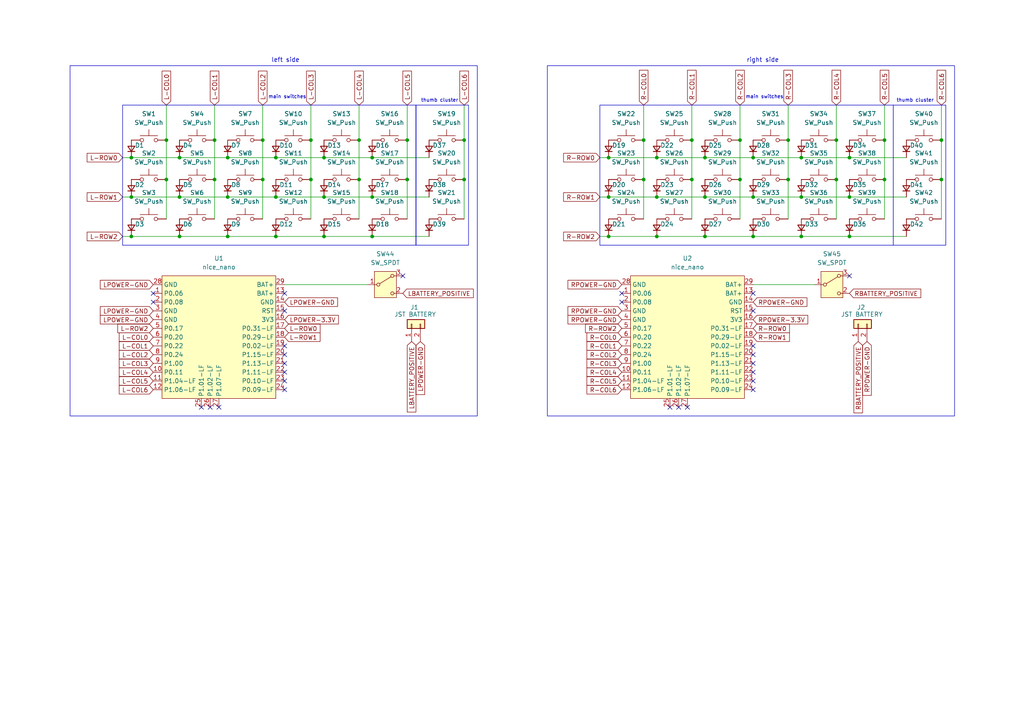
<source format=kicad_sch>
(kicad_sch (version 20250114) (generator "eeschema") (generator_version "9.0")
  (paper "A4")
  (title_block (title "Thyme: Split Keyboard Schematic") (rev "0.3"))
  (lib_symbols
    (symbol "Connector_Generic:Conn_01x02" (pin_names (offset 1.016) (hide yes))
      (property "Reference" "J" (at 0 2.54 0))
      (property "Value" "Conn_01x02" (at 0 -5.08 0))
      (symbol "Conn_01x02_1_1"
        (rectangle (start -1.27 1.27) (end 1.27 -3.81) (stroke (width 0.254)) (fill (type background)))
        (rectangle (start -1.27 0.127) (end 0 -0.127) (stroke (width 0.1524)))
        (rectangle (start -1.27 -2.413) (end 0 -2.667) (stroke (width 0.1524)))
        (pin passive line (at -5.08 0 0) (length 3.81) (name "Pin_1") (number "1"))
        (pin passive line (at -5.08 -2.54 0) (length 3.81) (name "Pin_2") (number "2"))
      )
    )
    (symbol "Device:D_Small" (pin_numbers (hide yes)) (pin_names (offset 0.254) (hide yes))
      (property "Reference" "D" (at -1.27 2.032 0))
      (property "Value" "D_Small" (at -3.81 -2.032 0))
      (symbol "D_Small_0_1"
        (polyline (pts (xy -0.762 0) (xy 0.762 0)))
        (polyline (pts (xy -0.762 -1.016) (xy -0.762 1.016)) (stroke (width 0.254)))
        (polyline (pts (xy 0.762 -1.016) (xy -0.762 0) (xy 0.762 1.016) (xy 0.762 -1.016)) (stroke (width 0.254)))
      )
      (symbol "D_Small_1_1"
        (pin passive line (at -2.54 0 0) (length 1.778) (name "K") (number "1"))
        (pin passive line (at 2.54 0 180) (length 1.778) (name "A") (number "2"))
      )
    )
    (symbol "Switch:SW_Push" (pin_numbers (hide yes)) (pin_names (offset 1.016) (hide yes))
      (property "Reference" "SW" (at 1.27 2.54 0))
      (property "Value" "SW_Push" (at 0 -1.524 0))
      (symbol "SW_Push_0_1"
        (circle (center -2.032 0) (radius 0.508))
        (polyline (pts (xy 0 1.27) (xy 0 3.048)))
        (circle (center 2.032 0) (radius 0.508))
        (polyline (pts (xy 2.54 1.27) (xy -2.54 1.27)))
        (pin passive line (at -5.08 0 0) (length 2.54) (name "1") (number "1"))
        (pin passive line (at 5.08 0 180) (length 2.54) (name "2") (number "2"))
      )
    )
    (symbol "Switch:SW_Wuerth_450301014042" (pin_names (offset 1) (hide yes))
      (property "Reference" "SW" (at 0 5.08 0))
      (property "Value" "SW_Wuerth_450301014042" (at 0 -5.08 0))
      (symbol "SW_Wuerth_450301014042_0_1"
        (circle (center -2.032 0) (radius 0.4572))
        (polyline (pts (xy -1.651 0.254) (xy 1.651 2.286)))
        (circle (center 2.032 2.54) (radius 0.4572))
        (circle (center 2.032 -2.54) (radius 0.4572))
      )
      (symbol "SW_Wuerth_450301014042_1_1"
        (rectangle (start -3.175 3.81) (end 3.175 -3.81) (fill (type background)))
        (pin passive line (at -5.08 0 0) (length 2.54) (name "B") (number "1"))
        (pin passive line (at 5.08 2.54 180) (length 2.54) (name "A") (number "3"))
        (pin passive line (at 5.08 -2.54 180) (length 2.54) (name "C") (number "2"))
      )
    )
    (symbol "marbastlib-promicroish:nice_nano" (in_bom no)
      (property "Reference" "U" (at 0 22.86 0))
      (property "Value" "nice_nano" (at 0 20.32 0))
      (symbol "nice_nano_0_0"
        (pin bidirectional line (at -19.05 13.97 0) (length 2.54) (name "P0.06") (number "1"))
        (pin bidirectional line (at -19.05 11.43 0) (length 2.54) (name "P0.08") (number "2"))
        (pin power_out line (at -19.05 8.89 0) (length 2.54) (name "GND") (number "3"))
        (pin power_out line (at -19.05 6.35 0) (length 2.54) (name "GND") (number "4"))
        (pin bidirectional line (at -19.05 3.81 0) (length 2.54) (name "P0.17") (number "5"))
        (pin bidirectional line (at -19.05 1.27 0) (length 2.54) (name "P0.20") (number "6"))
        (pin bidirectional line (at -19.05 -1.27 0) (length 2.54) (name "P0.22") (number "7"))
        (pin bidirectional line (at -19.05 -3.81 0) (length 2.54) (name "P0.24") (number "8"))
        (pin bidirectional line (at -19.05 -6.35 0) (length 2.54) (name "P1.00") (number "9"))
        (pin bidirectional line (at -19.05 -8.89 0) (length 2.54) (name "P0.11") (number "10"))
        (pin bidirectional line (at -19.05 -11.43 0) (length 2.54) (name "P1.04-LF") (number "11"))
        (pin bidirectional line (at -19.05 -13.97 0) (length 2.54) (name "P1.06-LF") (number "12"))
        (pin power_out line (at 19.05 11.43 180) (length 2.54) (name "GND") (number "14"))
        (pin bidirectional line (at 19.05 8.89 180) (length 2.54) (name "RST") (number "15"))
        (pin bidirectional line (at 19.05 3.81 180) (length 2.54) (name "P0.31-LF") (number "17"))
        (pin bidirectional line (at 19.05 1.27 180) (length 2.54) (name "P0.29-LF") (number "18"))
        (pin bidirectional line (at 19.05 -1.27 180) (length 2.54) (name "P0.02-LF") (number "19"))
        (pin bidirectional line (at 19.05 -3.81 180) (length 2.54) (name "P1.15-LF") (number "20"))
        (pin bidirectional line (at 19.05 -6.35 180) (length 2.54) (name "P1.13-LF") (number "21"))
        (pin bidirectional line (at 19.05 -8.89 180) (length 2.54) (name "P1.11-LF") (number "22"))
        (pin bidirectional line (at 19.05 -13.97 180) (length 2.54) (name "P0.09-LF") (number "24"))
      )
      (symbol "nice_nano_1_0"
        (pin power_out line (at -19.05 16.51 0) (length 2.54) (name "GND") (number "28"))
        (pin bidirectional line (at -5.08 -19.05 90) (length 2.54) (name "P1.01-LF") (number "25"))
        (pin bidirectional line (at -2.54 -19.05 90) (length 2.54) (name "P1.02-LF") (number "26"))
        (pin bidirectional line (at 0 -19.05 90) (length 2.54) (name "P1.07-LF") (number "27"))
        (pin power_out line (at 19.05 16.51 180) (length 2.54) (name "BAT+") (number "29"))
        (pin power_out line (at 19.05 13.97 180) (length 2.54) (name "BAT+") (number "13"))
        (pin power_out line (at 19.05 6.35 180) (length 2.54) (name "3V3") (number "16"))
        (pin bidirectional line (at 19.05 -11.43 180) (length 2.54) (name "P0.10-LF") (number "23"))
      )
      (symbol "nice_nano_1_1"
        (rectangle (start -16.51 19.05) (end 16.51 -16.51) (fill (type background)))
      )
    )
  )
  (rectangle (start 35.56 30.48) (end 120.65 71.12))
  (rectangle (start 259.08 30.48) (end 274.32 71.12))
  (rectangle (start 20.32 19.05) (end 138.43 120.65))
  (rectangle (start 173.99 30.48) (end 259.08 71.12))
  (rectangle (start 158.75 19.05) (end 276.86 120.65))
  (rectangle (start 120.65 30.48) (end 135.89 71.12))
  (text "left side" (at 82.804 17.526 0) (effects (font (size 1.27 1.27))))
  (text "main switches" (at 83.312 28.194 0) (effects (font (size 1.016 1.016))))
  (text "main switches" (at 221.742 28.194 0) (effects (font (size 1.016 1.016))))
  (text "right side" (at 221.234 17.526 0) (effects (font (size 1.27 1.27))))
  (text "thumb cluster" (at 127.508 29.21 0) (effects (font (size 1.016 1.016))))
  (text "thumb cluster" (at 265.43 29.21 0) (effects (font (size 1.016 1.016))))
  (junction (at 118.11 52.07))
  (junction (at 107.95 57.15))
  (junction (at 134.62 52.07))
  (junction (at 228.6 40.64))
  (junction (at 214.63 40.64))
  (junction (at 190.5 57.15))
  (junction (at 80.01 57.15))
  (junction (at 246.38 57.15))
  (junction (at 48.26 40.64))
  (junction (at 76.2 40.64))
  (junction (at 93.98 45.72))
  (junction (at 52.07 57.15))
  (junction (at 246.38 45.72))
  (junction (at 218.44 57.15))
  (junction (at 200.66 40.64))
  (junction (at 38.1 57.15))
  (junction (at 80.01 45.72))
  (junction (at 48.26 52.07))
  (junction (at 246.38 68.58))
  (junction (at 176.53 45.72))
  (junction (at 242.57 40.64))
  (junction (at 93.98 68.58))
  (junction (at 38.1 68.58))
  (junction (at 218.44 68.58))
  (junction (at 190.5 68.58))
  (junction (at 90.17 52.07))
  (junction (at 256.54 40.64))
  (junction (at 62.23 52.07))
  (junction (at 104.14 40.64))
  (junction (at 66.04 68.58))
  (junction (at 204.47 45.72))
  (junction (at 228.6 52.07))
  (junction (at 52.07 45.72))
  (junction (at 93.98 57.15))
  (junction (at 62.23 40.64))
  (junction (at 204.47 57.15))
  (junction (at 273.05 52.07))
  (junction (at 190.5 45.72))
  (junction (at 218.44 45.72))
  (junction (at 118.11 40.64))
  (junction (at 204.47 68.58))
  (junction (at 134.62 40.64))
  (junction (at 186.69 40.64))
  (junction (at 186.69 52.07))
  (junction (at 232.41 45.72))
  (junction (at 107.95 45.72))
  (junction (at 232.41 68.58))
  (junction (at 38.1 45.72))
  (junction (at 80.01 68.58))
  (junction (at 107.95 68.58))
  (junction (at 273.05 40.64))
  (junction (at 176.53 68.58))
  (junction (at 232.41 57.15))
  (junction (at 52.07 68.58))
  (junction (at 200.66 52.07))
  (junction (at 242.57 52.07))
  (junction (at 90.17 40.64))
  (junction (at 256.54 52.07))
  (junction (at 76.2 52.07))
  (junction (at 176.53 57.15))
  (junction (at 66.04 45.72))
  (junction (at 66.04 57.15))
  (junction (at 104.14 52.07))
  (junction (at 214.63 52.07))
  (no_connect (at 218.44 85.09))
  (no_connect (at 82.55 85.09))
  (no_connect (at 82.55 102.87))
  (no_connect (at 82.55 100.33))
  (no_connect (at 218.44 90.17))
  (no_connect (at 82.55 90.17))
  (no_connect (at 82.55 110.49))
  (no_connect (at 218.44 113.03))
  (no_connect (at 82.55 107.95))
  (no_connect (at 63.5 118.11))
  (no_connect (at 199.39 118.11))
  (no_connect (at 60.96 118.11))
  (no_connect (at 194.31 118.11))
  (no_connect (at 180.34 85.09))
  (no_connect (at 44.45 87.63))
  (no_connect (at 218.44 105.41))
  (no_connect (at 218.44 102.87))
  (no_connect (at 82.55 105.41))
  (no_connect (at 116.84 80.01))
  (no_connect (at 246.38 80.01))
  (no_connect (at 218.44 100.33))
  (no_connect (at 58.42 118.11))
  (no_connect (at 196.85 118.11))
  (no_connect (at 218.44 110.49))
  (no_connect (at 82.55 113.03))
  (no_connect (at 218.44 107.95))
  (no_connect (at 180.34 87.63))
  (no_connect (at 44.45 85.09))
  (wire (pts (xy 35.56 57.15) (xy 38.1 57.15)))
  (wire (pts (xy 107.95 45.72) (xy 124.46 45.72)))
  (wire (pts (xy 214.63 40.64) (xy 214.63 52.07)))
  (wire (pts (xy 107.95 57.15) (xy 124.46 57.15)))
  (wire (pts (xy 232.41 57.15) (xy 246.38 57.15)))
  (wire (pts (xy 93.98 45.72) (xy 107.95 45.72)))
  (wire (pts (xy 48.26 30.48) (xy 48.26 40.64)))
  (wire (pts (xy 273.05 52.07) (xy 273.05 63.5)))
  (wire (pts (xy 104.14 30.48) (xy 104.14 40.64)))
  (wire (pts (xy 176.53 45.72) (xy 190.5 45.72)))
  (wire (pts (xy 90.17 30.48) (xy 90.17 40.64)))
  (wire (pts (xy 200.66 30.48) (xy 200.66 40.64)))
  (wire (pts (xy 134.62 40.64) (xy 134.62 52.07)))
  (wire (pts (xy 104.14 52.07) (xy 104.14 63.5)))
  (wire (pts (xy 204.47 57.15) (xy 218.44 57.15)))
  (wire (pts (xy 218.44 82.55) (xy 236.22 82.55)))
  (wire (pts (xy 48.26 52.07) (xy 48.26 63.5)))
  (wire (pts (xy 186.69 52.07) (xy 186.69 63.5)))
  (wire (pts (xy 228.6 52.07) (xy 228.6 63.5)))
  (wire (pts (xy 76.2 40.64) (xy 76.2 52.07)))
  (wire (pts (xy 80.01 57.15) (xy 93.98 57.15)))
  (wire (pts (xy 214.63 30.48) (xy 214.63 40.64)))
  (wire (pts (xy 35.56 45.72) (xy 38.1 45.72)))
  (wire (pts (xy 242.57 30.48) (xy 242.57 40.64)))
  (wire (pts (xy 118.11 52.07) (xy 118.11 63.5)))
  (wire (pts (xy 218.44 45.72) (xy 232.41 45.72)))
  (wire (pts (xy 186.69 30.48) (xy 186.69 40.64)))
  (wire (pts (xy 256.54 40.64) (xy 256.54 52.07)))
  (wire (pts (xy 200.66 40.64) (xy 200.66 52.07)))
  (wire (pts (xy 107.95 68.58) (xy 124.46 68.58)))
  (wire (pts (xy 273.05 40.64) (xy 273.05 52.07)))
  (wire (pts (xy 256.54 30.48) (xy 256.54 40.64)))
  (wire (pts (xy 93.98 57.15) (xy 107.95 57.15)))
  (wire (pts (xy 38.1 45.72) (xy 52.07 45.72)))
  (wire (pts (xy 52.07 57.15) (xy 66.04 57.15)))
  (wire (pts (xy 104.14 40.64) (xy 104.14 52.07)))
  (wire (pts (xy 62.23 52.07) (xy 62.23 63.5)))
  (wire (pts (xy 52.07 68.58) (xy 66.04 68.58)))
  (wire (pts (xy 76.2 52.07) (xy 76.2 63.5)))
  (wire (pts (xy 190.5 57.15) (xy 204.47 57.15)))
  (wire (pts (xy 38.1 57.15) (xy 52.07 57.15)))
  (wire (pts (xy 186.69 40.64) (xy 186.69 52.07)))
  (wire (pts (xy 228.6 30.48) (xy 228.6 40.64)))
  (wire (pts (xy 246.38 68.58) (xy 262.89 68.58)))
  (wire (pts (xy 273.05 30.48) (xy 273.05 40.64)))
  (wire (pts (xy 200.66 52.07) (xy 200.66 63.5)))
  (wire (pts (xy 76.2 30.48) (xy 76.2 40.64)))
  (wire (pts (xy 82.55 82.55) (xy 106.68 82.55)))
  (wire (pts (xy 242.57 52.07) (xy 242.57 63.5)))
  (wire (pts (xy 218.44 68.58) (xy 232.41 68.58)))
  (wire (pts (xy 80.01 68.58) (xy 93.98 68.58)))
  (wire (pts (xy 66.04 45.72) (xy 80.01 45.72)))
  (wire (pts (xy 204.47 45.72) (xy 218.44 45.72)))
  (wire (pts (xy 90.17 52.07) (xy 90.17 63.5)))
  (wire (pts (xy 228.6 40.64) (xy 228.6 52.07)))
  (wire (pts (xy 62.23 30.48) (xy 62.23 40.64)))
  (wire (pts (xy 232.41 68.58) (xy 246.38 68.58)))
  (wire (pts (xy 48.26 40.64) (xy 48.26 52.07)))
  (wire (pts (xy 93.98 68.58) (xy 107.95 68.58)))
  (wire (pts (xy 38.1 68.58) (xy 52.07 68.58)))
  (wire (pts (xy 246.38 45.72) (xy 262.89 45.72)))
  (wire (pts (xy 232.41 45.72) (xy 246.38 45.72)))
  (wire (pts (xy 256.54 52.07) (xy 256.54 63.5)))
  (wire (pts (xy 176.53 68.58) (xy 190.5 68.58)))
  (wire (pts (xy 176.53 57.15) (xy 190.5 57.15)))
  (wire (pts (xy 190.5 68.58) (xy 204.47 68.58)))
  (wire (pts (xy 90.17 40.64) (xy 90.17 52.07)))
  (wire (pts (xy 214.63 52.07) (xy 214.63 63.5)))
  (wire (pts (xy 134.62 30.48) (xy 134.62 40.64)))
  (wire (pts (xy 246.38 57.15) (xy 262.89 57.15)))
  (wire (pts (xy 66.04 57.15) (xy 80.01 57.15)))
  (wire (pts (xy 80.01 45.72) (xy 93.98 45.72)))
  (wire (pts (xy 35.56 68.58) (xy 38.1 68.58)))
  (wire (pts (xy 173.99 68.58) (xy 176.53 68.58)))
  (wire (pts (xy 204.47 68.58) (xy 218.44 68.58)))
  (wire (pts (xy 66.04 68.58) (xy 80.01 68.58)))
  (wire (pts (xy 134.62 52.07) (xy 134.62 63.5)))
  (wire (pts (xy 173.99 45.72) (xy 176.53 45.72)))
  (wire (pts (xy 242.57 40.64) (xy 242.57 52.07)))
  (wire (pts (xy 218.44 57.15) (xy 232.41 57.15)))
  (wire (pts (xy 62.23 40.64) (xy 62.23 52.07)))
  (wire (pts (xy 118.11 30.48) (xy 118.11 40.64)))
  (wire (pts (xy 52.07 45.72) (xy 66.04 45.72)))
  (wire (pts (xy 118.11 40.64) (xy 118.11 52.07)))
  (wire (pts (xy 173.99 57.15) (xy 176.53 57.15)))
  (wire (pts (xy 190.5 45.72) (xy 204.47 45.72)))
  (global_label "LPOWER-3.3V" (shape input) (at 82.55 92.71 0) (property "Intersheetrefs" "${INTERSHEET_REFS}" (effects (hide yes))))
  (global_label "L-COL4" (shape input) (at 44.45 107.95 180) (property "Intersheetrefs" "${INTERSHEET_REFS}" (effects (hide yes))))
  (global_label "RPOWER-GND" (shape input) (at 180.34 90.17 180) (property "Intersheetrefs" "${INTERSHEET_REFS}" (effects (hide yes))))
  (global_label "LPOWER-GND" (shape input) (at 44.45 90.17 180) (property "Intersheetrefs" "${INTERSHEET_REFS}" (effects (hide yes))))
  (global_label "L-COL2" (shape input) (at 76.2 30.48 90) (property "Intersheetrefs" "${INTERSHEET_REFS}" (effects (hide yes))))
  (global_label "R-ROW1" (shape input) (at 218.44 97.79 0) (property "Intersheetrefs" "${INTERSHEET_REFS}" (effects (hide yes))))
  (global_label "LPOWER-GND" (shape input) (at 44.45 92.71 180) (property "Intersheetrefs" "${INTERSHEET_REFS}" (effects (hide yes))))
  (global_label "L-COL1" (shape input) (at 44.45 100.33 180) (property "Intersheetrefs" "${INTERSHEET_REFS}" (effects (hide yes))))
  (global_label "R-COL3" (shape input) (at 180.34 105.41 180) (property "Intersheetrefs" "${INTERSHEET_REFS}" (effects (hide yes))))
  (global_label "RPOWER-GND" (shape input) (at 180.34 92.71 180) (property "Intersheetrefs" "${INTERSHEET_REFS}" (effects (hide yes))))
  (global_label "R-COL2" (shape input) (at 180.34 102.87 180) (property "Intersheetrefs" "${INTERSHEET_REFS}" (effects (hide yes))))
  (global_label "L-COL3" (shape input) (at 44.45 105.41 180) (property "Intersheetrefs" "${INTERSHEET_REFS}" (effects (hide yes))))
  (global_label "L-ROW2" (shape input) (at 44.45 95.25 180) (property "Intersheetrefs" "${INTERSHEET_REFS}" (effects (hide yes))))
  (global_label "R-COL6" (shape input) (at 273.05 30.48 90) (property "Intersheetrefs" "${INTERSHEET_REFS}" (effects (hide yes))))
  (global_label "R-ROW0" (shape input) (at 173.99 45.72 180) (property "Intersheetrefs" "${INTERSHEET_REFS}" (effects (hide yes))))
  (global_label "R-COL5" (shape input) (at 180.34 110.49 180) (property "Intersheetrefs" "${INTERSHEET_REFS}" (effects (hide yes))))
  (global_label "R-COL4" (shape input) (at 242.57 30.48 90) (property "Intersheetrefs" "${INTERSHEET_REFS}" (effects (hide yes))))
  (global_label "LPOWER-GND" (shape input) (at 121.92 99.06 270) (property "Intersheetrefs" "${INTERSHEET_REFS}" (effects (hide yes))))
  (global_label "RPOWER-3.3V" (shape input) (at 218.44 92.71 0) (property "Intersheetrefs" "${INTERSHEET_REFS}" (effects (hide yes))))
  (global_label "L-COL1" (shape input) (at 62.23 30.48 90) (property "Intersheetrefs" "${INTERSHEET_REFS}" (effects (hide yes))))
  (global_label "R-COL2" (shape input) (at 214.63 30.48 90) (property "Intersheetrefs" "${INTERSHEET_REFS}" (effects (hide yes))))
  (global_label "RPOWER-GND" (shape input) (at 251.46 99.06 270) (property "Intersheetrefs" "${INTERSHEET_REFS}" (effects (hide yes))))
  (global_label "L-COL4" (shape input) (at 104.14 30.48 90) (property "Intersheetrefs" "${INTERSHEET_REFS}" (effects (hide yes))))
  (global_label "R-ROW1" (shape input) (at 173.99 57.15 180) (property "Intersheetrefs" "${INTERSHEET_REFS}" (effects (hide yes))))
  (global_label "L-COL0" (shape input) (at 44.45 97.79 180) (property "Intersheetrefs" "${INTERSHEET_REFS}" (effects (hide yes))))
  (global_label "RPOWER-GND" (shape input) (at 180.34 82.55 180) (property "Intersheetrefs" "${INTERSHEET_REFS}" (effects (hide yes))))
  (global_label "R-COL3" (shape input) (at 228.6 30.48 90) (property "Intersheetrefs" "${INTERSHEET_REFS}" (effects (hide yes))))
  (global_label "L-ROW0" (shape input) (at 82.55 95.25 0) (property "Intersheetrefs" "${INTERSHEET_REFS}" (effects (hide yes))))
  (global_label "R-COL6" (shape input) (at 180.34 113.03 180) (property "Intersheetrefs" "${INTERSHEET_REFS}" (effects (hide yes))))
  (global_label "L-COL0" (shape input) (at 48.26 30.48 90) (property "Intersheetrefs" "${INTERSHEET_REFS}" (effects (hide yes))))
  (global_label "LBATTERY_POSITIVE" (shape input) (at 119.38 99.06 270) (property "Intersheetrefs" "${INTERSHEET_REFS}" (effects (hide yes))))
  (global_label "L-COL5" (shape input) (at 44.45 110.49 180) (property "Intersheetrefs" "${INTERSHEET_REFS}" (effects (hide yes))))
  (global_label "LBATTERY_POSITIVE" (shape input) (at 116.84 85.09 0) (property "Intersheetrefs" "${INTERSHEET_REFS}" (effects (hide yes))))
  (global_label "L-COL3" (shape input) (at 90.17 30.48 90) (property "Intersheetrefs" "${INTERSHEET_REFS}" (effects (hide yes))))
  (global_label "R-ROW2" (shape input) (at 173.99 68.58 180) (property "Intersheetrefs" "${INTERSHEET_REFS}" (effects (hide yes))))
  (global_label "L-COL6" (shape input) (at 44.45 113.03 180) (property "Intersheetrefs" "${INTERSHEET_REFS}" (effects (hide yes))))
  (global_label "LPOWER-GND" (shape input) (at 44.45 82.55 180) (property "Intersheetrefs" "${INTERSHEET_REFS}" (effects (hide yes))))
  (global_label "L-ROW1" (shape input) (at 82.55 97.79 0) (property "Intersheetrefs" "${INTERSHEET_REFS}" (effects (hide yes))))
  (global_label "L-COL2" (shape input) (at 44.45 102.87 180) (property "Intersheetrefs" "${INTERSHEET_REFS}" (effects (hide yes))))
  (global_label "L-ROW0" (shape input) (at 35.56 45.72 180) (property "Intersheetrefs" "${INTERSHEET_REFS}" (effects (hide yes))))
  (global_label "R-COL1" (shape input) (at 180.34 100.33 180) (property "Intersheetrefs" "${INTERSHEET_REFS}" (effects (hide yes))))
  (global_label "RBATTERY_POSITIVE" (shape input) (at 246.38 85.09 0) (property "Intersheetrefs" "${INTERSHEET_REFS}" (effects (hide yes))))
  (global_label "L-COL5" (shape input) (at 118.11 30.48 90) (property "Intersheetrefs" "${INTERSHEET_REFS}" (effects (hide yes))))
  (global_label "R-COL1" (shape input) (at 200.66 30.48 90) (property "Intersheetrefs" "${INTERSHEET_REFS}" (effects (hide yes))))
  (global_label "R-COL4" (shape input) (at 180.34 107.95 180) (property "Intersheetrefs" "${INTERSHEET_REFS}" (effects (hide yes))))
  (global_label "RPOWER-GND" (shape input) (at 218.44 87.63 0) (property "Intersheetrefs" "${INTERSHEET_REFS}" (effects (hide yes))))
  (global_label "R-COL0" (shape input) (at 180.34 97.79 180) (property "Intersheetrefs" "${INTERSHEET_REFS}" (effects (hide yes))))
  (global_label "LPOWER-GND" (shape input) (at 82.55 87.63 0) (property "Intersheetrefs" "${INTERSHEET_REFS}" (effects (hide yes))))
  (global_label "R-COL0" (shape input) (at 186.69 30.48 90) (property "Intersheetrefs" "${INTERSHEET_REFS}" (effects (hide yes))))
  (global_label "R-ROW0" (shape input) (at 218.44 95.25 0) (property "Intersheetrefs" "${INTERSHEET_REFS}" (effects (hide yes))))
  (global_label "RBATTERY_POSITIVE" (shape input) (at 248.92 99.06 270) (property "Intersheetrefs" "${INTERSHEET_REFS}" (effects (hide yes))))
  (global_label "L-ROW1" (shape input) (at 35.56 57.15 180) (property "Intersheetrefs" "${INTERSHEET_REFS}" (effects (hide yes))))
  (global_label "L-ROW2" (shape input) (at 35.56 68.58 180) (property "Intersheetrefs" "${INTERSHEET_REFS}" (effects (hide yes))))
  (global_label "R-ROW2" (shape input) (at 180.34 95.25 180) (property "Intersheetrefs" "${INTERSHEET_REFS}" (effects (hide yes))))
  (global_label "L-COL6" (shape input) (at 134.62 30.48 90) (property "Intersheetrefs" "${INTERSHEET_REFS}" (effects (hide yes))))
  (global_label "R-COL5" (shape input) (at 256.54 30.48 90) (property "Intersheetrefs" "${INTERSHEET_REFS}" (effects (hide yes))))
  (symbol (lib_id "Device:D_Small") (at 107.95 43.18 90) (unit 1)
    (property "Reference" "D16" (at 108.966 42.164 90) (effects (justify right)))
    (property "Value" "D_Small" (effects (hide yes)))
    (property "Footprint" "Diode_THT:D_DO-35_SOD27_P7.62mm_Horizontal" (effects (hide yes)))
    (property "Description" "Diode, small symbol" (effects (hide yes)))
    (property "Sim.Device" "D" (effects (hide yes)))
    (property "Sim.Pins" "1=K 2=A" (effects (hide yes)))
  )
  (symbol (lib_id "Switch:SW_Push") (at 99.06 40.64 0) (unit 1)
    (property "Reference" "SW13" (at 99.06 33.02 0))
    (property "Value" "SW_Push" (at 99.06 35.56 0))
    (property "Footprint" "Switch_Keyboard_Kailh:SW_Kailh_Choc_V1V2_1.00u" (effects (hide yes)))
    (property "Description" "Push button switch, generic, two pins" (effects (hide yes)))
  )
  (symbol (lib_id "Device:D_Small") (at 176.53 54.61 90) (unit 1)
    (property "Reference" "D20" (at 177.546 53.594 90) (effects (justify right)))
    (property "Value" "D_Small" (effects (hide yes)))
    (property "Footprint" "Diode_THT:D_DO-35_SOD27_P7.62mm_Horizontal" (effects (hide yes)))
    (property "Description" "Diode, small symbol" (effects (hide yes)))
    (property "Sim.Device" "D" (effects (hide yes)))
    (property "Sim.Pins" "1=K 2=A" (effects (hide yes)))
  )
  (symbol (lib_id "Switch:SW_Push") (at 113.03 63.5 0) (unit 1)
    (property "Reference" "SW18" (at 113.03 55.88 0))
    (property "Value" "SW_Push" (at 113.03 58.42 0))
    (property "Footprint" "Switch_Keyboard_Kailh:SW_Kailh_Choc_V1V2_1.00u" (effects (hide yes)))
    (property "Description" "Push button switch, generic, two pins" (effects (hide yes)))
  )
  (symbol (lib_id "Switch:SW_Push") (at 99.06 52.07 0) (unit 1)
    (property "Reference" "SW14" (at 99.06 44.45 0))
    (property "Value" "SW_Push" (at 99.06 46.99 0))
    (property "Footprint" "Switch_Keyboard_Kailh:SW_Kailh_Choc_V1V2_1.00u" (effects (hide yes)))
    (property "Description" "Push button switch, generic, two pins" (effects (hide yes)))
  )
  (symbol (lib_id "Device:D_Small") (at 38.1 43.18 90) (unit 1)
    (property "Reference" "D1" (at 39.116 42.164 90) (effects (justify right)))
    (property "Value" "D_Small" (effects (hide yes)))
    (property "Footprint" "Diode_THT:D_DO-35_SOD27_P7.62mm_Horizontal" (effects (hide yes)))
    (property "Description" "Diode, small symbol" (effects (hide yes)))
    (property "Sim.Device" "D" (effects (hide yes)))
    (property "Sim.Pins" "1=K 2=A" (effects (hide yes)))
  )
  (symbol (lib_id "Switch:SW_Push") (at 57.15 63.5 0) (unit 1)
    (property "Reference" "SW6" (at 57.15 55.88 0))
    (property "Value" "SW_Push" (at 57.15 58.42 0))
    (property "Footprint" "Switch_Keyboard_Kailh:SW_Kailh_Choc_V1V2_1.00u" (effects (hide yes)))
    (property "Description" "Push button switch, generic, two pins" (effects (hide yes)))
  )
  (symbol (lib_id "Device:D_Small") (at 190.5 54.61 90) (unit 1)
    (property "Reference" "D23" (at 191.516 53.594 90) (effects (justify right)))
    (property "Value" "D_Small" (effects (hide yes)))
    (property "Footprint" "Diode_THT:D_DO-35_SOD27_P7.62mm_Horizontal" (effects (hide yes)))
    (property "Description" "Diode, small symbol" (effects (hide yes)))
    (property "Sim.Device" "D" (effects (hide yes)))
    (property "Sim.Pins" "1=K 2=A" (effects (hide yes)))
  )
  (symbol (lib_id "Switch:SW_Push") (at 43.18 52.07 0) (unit 1)
    (property "Reference" "SW2" (at 43.18 44.45 0))
    (property "Value" "SW_Push" (at 43.18 46.99 0))
    (property "Footprint" "Switch_Keyboard_Kailh:SW_Kailh_Choc_V1V2_1.00u" (effects (hide yes)))
    (property "Description" "Push button switch, generic, two pins" (effects (hide yes)))
  )
  (symbol (lib_id "Device:D_Small") (at 190.5 66.04 90) (unit 1)
    (property "Reference" "D24" (at 191.516 65.024 90) (effects (justify right)))
    (property "Value" "D_Small" (effects (hide yes)))
    (property "Footprint" "Diode_THT:D_DO-35_SOD27_P7.62mm_Horizontal" (effects (hide yes)))
    (property "Description" "Diode, small symbol" (effects (hide yes)))
    (property "Sim.Device" "D" (effects (hide yes)))
    (property "Sim.Pins" "1=K 2=A" (effects (hide yes)))
  )
  (symbol (lib_id "Switch:SW_Push") (at 223.52 63.5 0) (unit 1)
    (property "Reference" "SW33" (at 223.52 55.88 0))
    (property "Value" "SW_Push" (at 223.52 58.42 0))
    (property "Footprint" "Switch_Keyboard_Kailh:SW_Kailh_Choc_V1V2_1.00u" (effects (hide yes)))
    (property "Description" "Push button switch, generic, two pins" (effects (hide yes)))
  )
  (symbol (lib_id "Device:D_Small") (at 80.01 54.61 90) (unit 1)
    (property "Reference" "D11" (at 81.026 53.594 90) (effects (justify right)))
    (property "Value" "D_Small" (effects (hide yes)))
    (property "Footprint" "Diode_THT:D_DO-35_SOD27_P7.62mm_Horizontal" (effects (hide yes)))
    (property "Description" "Diode, small symbol" (effects (hide yes)))
    (property "Sim.Device" "D" (effects (hide yes)))
    (property "Sim.Pins" "1=K 2=A" (effects (hide yes)))
  )
  (symbol (lib_id "Device:D_Small") (at 107.95 66.04 90) (unit 1)
    (property "Reference" "D18" (at 108.966 65.024 90) (effects (justify right)))
    (property "Value" "D_Small" (effects (hide yes)))
    (property "Footprint" "Diode_THT:D_DO-35_SOD27_P7.62mm_Horizontal" (effects (hide yes)))
    (property "Description" "Diode, small symbol" (effects (hide yes)))
    (property "Sim.Device" "D" (effects (hide yes)))
    (property "Sim.Pins" "1=K 2=A" (effects (hide yes)))
  )
  (symbol (lib_id "Device:D_Small") (at 246.38 43.18 90) (unit 1)
    (property "Reference" "D34" (at 247.396 42.164 90) (effects (justify right)))
    (property "Value" "D_Small" (effects (hide yes)))
    (property "Footprint" "Diode_THT:D_DO-35_SOD27_P7.62mm_Horizontal" (effects (hide yes)))
    (property "Description" "Diode, small symbol" (effects (hide yes)))
    (property "Sim.Device" "D" (effects (hide yes)))
    (property "Sim.Pins" "1=K 2=A" (effects (hide yes)))
  )
  (symbol (lib_id "Device:D_Small") (at 107.95 54.61 90) (unit 1)
    (property "Reference" "D17" (at 108.966 53.594 90) (effects (justify right)))
    (property "Value" "D_Small" (effects (hide yes)))
    (property "Footprint" "Diode_THT:D_DO-35_SOD27_P7.62mm_Horizontal" (effects (hide yes)))
    (property "Description" "Diode, small symbol" (effects (hide yes)))
    (property "Sim.Device" "D" (effects (hide yes)))
    (property "Sim.Pins" "1=K 2=A" (effects (hide yes)))
  )
  (symbol (lib_id "Switch:SW_Push") (at 223.52 40.64 0) (unit 1)
    (property "Reference" "SW31" (at 223.52 33.02 0))
    (property "Value" "SW_Push" (at 223.52 35.56 0))
    (property "Footprint" "Switch_Keyboard_Kailh:SW_Kailh_Choc_V1V2_1.00u" (effects (hide yes)))
    (property "Description" "Push button switch, generic, two pins" (effects (hide yes)))
  )
  (symbol (lib_id "Switch:SW_Push") (at 237.49 52.07 0) (unit 1)
    (property "Reference" "SW35" (at 237.49 44.45 0))
    (property "Value" "SW_Push" (at 237.49 46.99 0))
    (property "Footprint" "Switch_Keyboard_Kailh:SW_Kailh_Choc_V1V2_1.00u" (effects (hide yes)))
    (property "Description" "Push button switch, generic, two pins" (effects (hide yes)))
  )
  (symbol (lib_id "Device:D_Small") (at 66.04 66.04 90) (unit 1)
    (property "Reference" "D9" (at 67.056 65.024 90) (effects (justify right)))
    (property "Value" "D_Small" (effects (hide yes)))
    (property "Footprint" "Diode_THT:D_DO-35_SOD27_P7.62mm_Horizontal" (effects (hide yes)))
    (property "Description" "Diode, small symbol" (effects (hide yes)))
    (property "Sim.Device" "D" (effects (hide yes)))
    (property "Sim.Pins" "1=K 2=A" (effects (hide yes)))
  )
  (symbol (lib_id "Device:D_Small") (at 218.44 66.04 90) (unit 1)
    (property "Reference" "D30" (at 219.456 65.024 90) (effects (justify right)))
    (property "Value" "D_Small" (effects (hide yes)))
    (property "Footprint" "Diode_THT:D_DO-35_SOD27_P7.62mm_Horizontal" (effects (hide yes)))
    (property "Description" "Diode, small symbol" (effects (hide yes)))
    (property "Sim.Device" "D" (effects (hide yes)))
    (property "Sim.Pins" "1=K 2=A" (effects (hide yes)))
  )
  (symbol (lib_id "Switch:SW_Push") (at 195.58 40.64 0) (unit 1)
    (property "Reference" "SW25" (at 195.58 33.02 0))
    (property "Value" "SW_Push" (at 195.58 35.56 0))
    (property "Footprint" "Switch_Keyboard_Kailh:SW_Kailh_Choc_V1V2_1.00u" (effects (hide yes)))
    (property "Description" "Push button switch, generic, two pins" (effects (hide yes)))
  )
  (symbol (lib_id "Device:D_Small") (at 93.98 54.61 90) (unit 1)
    (property "Reference" "D14" (at 94.996 53.594 90) (effects (justify right)))
    (property "Value" "D_Small" (effects (hide yes)))
    (property "Footprint" "Diode_THT:D_DO-35_SOD27_P7.62mm_Horizontal" (effects (hide yes)))
    (property "Description" "Diode, small symbol" (effects (hide yes)))
    (property "Sim.Device" "D" (effects (hide yes)))
    (property "Sim.Pins" "1=K 2=A" (effects (hide yes)))
  )
  (symbol (lib_id "Device:D_Small") (at 176.53 43.18 90) (unit 1)
    (property "Reference" "D19" (at 177.546 42.164 90) (effects (justify right)))
    (property "Value" "D_Small" (effects (hide yes)))
    (property "Footprint" "Diode_THT:D_DO-35_SOD27_P7.62mm_Horizontal" (effects (hide yes)))
    (property "Description" "Diode, small symbol" (effects (hide yes)))
    (property "Sim.Device" "D" (effects (hide yes)))
    (property "Sim.Pins" "1=K 2=A" (effects (hide yes)))
  )
  (symbol (lib_id "Device:D_Small") (at 124.46 54.61 90) (unit 1)
    (property "Reference" "D38" (at 125.476 53.594 90) (effects (justify right)))
    (property "Value" "D_Small" (effects (hide yes)))
    (property "Footprint" "Diode_THT:D_DO-35_SOD27_P7.62mm_Horizontal" (effects (hide yes)))
    (property "Description" "Diode, small symbol" (effects (hide yes)))
    (property "Sim.Device" "D" (effects (hide yes)))
    (property "Sim.Pins" "1=K 2=A" (effects (hide yes)))
  )
  (symbol (lib_id "Device:D_Small") (at 93.98 66.04 90) (unit 1)
    (property "Reference" "D15" (at 94.996 65.024 90) (effects (justify right)))
    (property "Value" "D_Small" (effects (hide yes)))
    (property "Footprint" "Diode_THT:D_DO-35_SOD27_P7.62mm_Horizontal" (effects (hide yes)))
    (property "Description" "Diode, small symbol" (effects (hide yes)))
    (property "Sim.Device" "D" (effects (hide yes)))
    (property "Sim.Pins" "1=K 2=A" (effects (hide yes)))
  )
  (symbol (lib_id "Switch:SW_Push") (at 195.58 63.5 0) (unit 1)
    (property "Reference" "SW27" (at 195.58 55.88 0))
    (property "Value" "SW_Push" (at 195.58 58.42 0))
    (property "Footprint" "Switch_Keyboard_Kailh:SW_Kailh_Choc_V1V2_1.00u" (effects (hide yes)))
    (property "Description" "Push button switch, generic, two pins" (effects (hide yes)))
  )
  (symbol (lib_id "marbastlib-promicroish:nice_nano") (at 63.5 99.06 0) (unit 1) (in_bom no)
    (property "Reference" "U1" (at 63.5 74.93 0))
    (property "Value" "nice_nano" (at 63.5 77.47 0))
    (property "Footprint" "libraries:SuperMini NRF52840" (effects (hide yes)))
    (property "Datasheet" "https://nicekeyboards.com/docs/nice-nano/pinout-schematic" (effects (hide yes)))
    (property "Description" "Symbol for an nicekeyboards nice!nano" (effects (hide yes)))
  )
  (symbol (lib_id "Device:D_Small") (at 190.5 43.18 90) (unit 1)
    (property "Reference" "D22" (at 191.516 42.164 90) (effects (justify right)))
    (property "Value" "D_Small" (effects (hide yes)))
    (property "Footprint" "Diode_THT:D_DO-35_SOD27_P7.62mm_Horizontal" (effects (hide yes)))
    (property "Description" "Diode, small symbol" (effects (hide yes)))
    (property "Sim.Device" "D" (effects (hide yes)))
    (property "Sim.Pins" "1=K 2=A" (effects (hide yes)))
  )
  (symbol (lib_id "Switch:SW_Push") (at 181.61 40.64 0) (unit 1)
    (property "Reference" "SW22" (at 181.61 33.02 0))
    (property "Value" "SW_Push" (at 181.61 35.56 0))
    (property "Footprint" "Switch_Keyboard_Kailh:SW_Kailh_Choc_V1V2_1.00u" (effects (hide yes)))
    (property "Description" "Push button switch, generic, two pins" (effects (hide yes)))
  )
  (symbol (lib_id "Device:D_Small") (at 246.38 66.04 90) (unit 1)
    (property "Reference" "D36" (at 247.396 65.024 90) (effects (justify right)))
    (property "Value" "D_Small" (effects (hide yes)))
    (property "Footprint" "Diode_THT:D_DO-35_SOD27_P7.62mm_Horizontal" (effects (hide yes)))
    (property "Description" "Diode, small symbol" (effects (hide yes)))
    (property "Sim.Device" "D" (effects (hide yes)))
    (property "Sim.Pins" "1=K 2=A" (effects (hide yes)))
  )
  (symbol (lib_id "Switch:SW_Push") (at 181.61 52.07 0) (unit 1)
    (property "Reference" "SW23" (at 181.61 44.45 0))
    (property "Value" "SW_Push" (at 181.61 46.99 0))
    (property "Footprint" "Switch_Keyboard_Kailh:SW_Kailh_Choc_V1V2_1.00u" (effects (hide yes)))
    (property "Description" "Push button switch, generic, two pins" (effects (hide yes)))
  )
  (symbol (lib_id "Device:D_Small") (at 176.53 66.04 90) (unit 1)
    (property "Reference" "D21" (at 177.546 65.024 90) (effects (justify right)))
    (property "Value" "D_Small" (effects (hide yes)))
    (property "Footprint" "Diode_THT:D_DO-35_SOD27_P7.62mm_Horizontal" (effects (hide yes)))
    (property "Description" "Diode, small symbol" (effects (hide yes)))
    (property "Sim.Device" "D" (effects (hide yes)))
    (property "Sim.Pins" "1=K 2=A" (effects (hide yes)))
  )
  (symbol (lib_id "Switch:SW_Push") (at 251.46 40.64 0) (unit 1)
    (property "Reference" "SW37" (at 251.46 33.02 0))
    (property "Value" "SW_Push" (at 251.46 35.56 0))
    (property "Footprint" "Switch_Keyboard_Kailh:SW_Kailh_Choc_V1V2_1.00u" (effects (hide yes)))
    (property "Description" "Push button switch, generic, two pins" (effects (hide yes)))
  )
  (symbol (lib_id "Device:D_Small") (at 38.1 66.04 90) (unit 1)
    (property "Reference" "D3" (at 39.116 65.024 90) (effects (justify right)))
    (property "Value" "D_Small" (effects (hide yes)))
    (property "Footprint" "Diode_THT:D_DO-35_SOD27_P7.62mm_Horizontal" (effects (hide yes)))
    (property "Description" "Diode, small symbol" (effects (hide yes)))
    (property "Sim.Device" "D" (effects (hide yes)))
    (property "Sim.Pins" "1=K 2=A" (effects (hide yes)))
  )
  (symbol (lib_id "Switch:SW_Push") (at 237.49 63.5 0) (unit 1)
    (property "Reference" "SW36" (at 237.49 55.88 0))
    (property "Value" "SW_Push" (at 237.49 58.42 0))
    (property "Footprint" "Switch_Keyboard_Kailh:SW_Kailh_Choc_V1V2_1.00u" (effects (hide yes)))
    (property "Description" "Push button switch, generic, two pins" (effects (hide yes)))
  )
  (symbol (lib_id "Device:D_Small") (at 218.44 54.61 90) (unit 1)
    (property "Reference" "D29" (at 219.456 53.594 90) (effects (justify right)))
    (property "Value" "D_Small" (effects (hide yes)))
    (property "Footprint" "Diode_THT:D_DO-35_SOD27_P7.62mm_Horizontal" (effects (hide yes)))
    (property "Description" "Diode, small symbol" (effects (hide yes)))
    (property "Sim.Device" "D" (effects (hide yes)))
    (property "Sim.Pins" "1=K 2=A" (effects (hide yes)))
  )
  (symbol (lib_id "Device:D_Small") (at 124.46 66.04 90) (unit 1)
    (property "Reference" "D39" (at 125.476 65.024 90) (effects (justify right)))
    (property "Value" "D_Small" (effects (hide yes)))
    (property "Footprint" "Diode_THT:D_DO-35_SOD27_P7.62mm_Horizontal" (effects (hide yes)))
    (property "Description" "Diode, small symbol" (effects (hide yes)))
    (property "Sim.Device" "D" (effects (hide yes)))
    (property "Sim.Pins" "1=K 2=A" (effects (hide yes)))
  )
  (symbol (lib_id "Switch:SW_Push") (at 209.55 63.5 0) (unit 1)
    (property "Reference" "SW30" (at 209.55 55.88 0))
    (property "Value" "SW_Push" (at 209.55 58.42 0))
    (property "Footprint" "Switch_Keyboard_Kailh:SW_Kailh_Choc_V1V2_1.00u" (effects (hide yes)))
    (property "Description" "Push button switch, generic, two pins" (effects (hide yes)))
  )
  (symbol (lib_id "Switch:SW_Push") (at 57.15 40.64 0) (unit 1)
    (property "Reference" "SW4" (at 57.15 33.02 0))
    (property "Value" "SW_Push" (at 57.15 35.56 0))
    (property "Footprint" "Switch_Keyboard_Kailh:SW_Kailh_Choc_V1V2_1.00u" (effects (hide yes)))
    (property "Description" "Push button switch, generic, two pins" (effects (hide yes)))
  )
  (symbol (lib_id "Device:D_Small") (at 66.04 54.61 90) (unit 1)
    (property "Reference" "D8" (at 67.056 53.594 90) (effects (justify right)))
    (property "Value" "D_Small" (effects (hide yes)))
    (property "Footprint" "Diode_THT:D_DO-35_SOD27_P7.62mm_Horizontal" (effects (hide yes)))
    (property "Description" "Diode, small symbol" (effects (hide yes)))
    (property "Sim.Device" "D" (effects (hide yes)))
    (property "Sim.Pins" "1=K 2=A" (effects (hide yes)))
  )
  (symbol (lib_id "Device:D_Small") (at 80.01 66.04 90) (unit 1)
    (property "Reference" "D12" (at 81.026 65.024 90) (effects (justify right)))
    (property "Value" "D_Small" (effects (hide yes)))
    (property "Footprint" "Diode_THT:D_DO-35_SOD27_P7.62mm_Horizontal" (effects (hide yes)))
    (property "Description" "Diode, small symbol" (effects (hide yes)))
    (property "Sim.Device" "D" (effects (hide yes)))
    (property "Sim.Pins" "1=K 2=A" (effects (hide yes)))
  )
  (symbol (lib_id "Device:D_Small") (at 124.46 43.18 90) (unit 1)
    (property "Reference" "D37" (at 125.476 42.164 90) (effects (justify right)))
    (property "Value" "D_Small" (effects (hide yes)))
    (property "Footprint" "Diode_THT:D_DO-35_SOD27_P7.62mm_Horizontal" (effects (hide yes)))
    (property "Description" "Diode, small symbol" (effects (hide yes)))
    (property "Sim.Device" "D" (effects (hide yes)))
    (property "Sim.Pins" "1=K 2=A" (effects (hide yes)))
  )
  (symbol (lib_id "Device:D_Small") (at 246.38 54.61 90) (unit 1)
    (property "Reference" "D35" (at 247.396 53.594 90) (effects (justify right)))
    (property "Value" "D_Small" (effects (hide yes)))
    (property "Footprint" "Diode_THT:D_DO-35_SOD27_P7.62mm_Horizontal" (effects (hide yes)))
    (property "Description" "Diode, small symbol" (effects (hide yes)))
    (property "Sim.Device" "D" (effects (hide yes)))
    (property "Sim.Pins" "1=K 2=A" (effects (hide yes)))
  )
  (symbol (lib_id "Switch:SW_Push") (at 71.12 63.5 0) (unit 1)
    (property "Reference" "SW9" (at 71.12 55.88 0))
    (property "Value" "SW_Push" (at 71.12 58.42 0))
    (property "Footprint" "Switch_Keyboard_Kailh:SW_Kailh_Choc_V1V2_1.00u" (effects (hide yes)))
    (property "Description" "Push button switch, generic, two pins" (effects (hide yes)))
  )
  (symbol (lib_id "Device:D_Small") (at 93.98 43.18 90) (unit 1)
    (property "Reference" "D13" (at 94.996 42.164 90) (effects (justify right)))
    (property "Value" "D_Small" (effects (hide yes)))
    (property "Footprint" "Diode_THT:D_DO-35_SOD27_P7.62mm_Horizontal" (effects (hide yes)))
    (property "Description" "Diode, small symbol" (effects (hide yes)))
    (property "Sim.Device" "D" (effects (hide yes)))
    (property "Sim.Pins" "1=K 2=A" (effects (hide yes)))
  )
  (symbol (lib_id "Switch:SW_Push") (at 237.49 40.64 0) (unit 1)
    (property "Reference" "SW34" (at 237.49 33.02 0))
    (property "Value" "SW_Push" (at 237.49 35.56 0))
    (property "Footprint" "Switch_Keyboard_Kailh:SW_Kailh_Choc_V1V2_1.00u" (effects (hide yes)))
    (property "Description" "Push button switch, generic, two pins" (effects (hide yes)))
  )
  (symbol (lib_id "Switch:SW_Push") (at 209.55 52.07 0) (unit 1)
    (property "Reference" "SW29" (at 209.55 44.45 0))
    (property "Value" "SW_Push" (at 209.55 46.99 0))
    (property "Footprint" "Switch_Keyboard_Kailh:SW_Kailh_Choc_V1V2_1.00u" (effects (hide yes)))
    (property "Description" "Push button switch, generic, two pins" (effects (hide yes)))
  )
  (symbol (lib_id "Device:D_Small") (at 80.01 43.18 90) (unit 1)
    (property "Reference" "D10" (at 81.026 42.164 90) (effects (justify right)))
    (property "Value" "D_Small" (effects (hide yes)))
    (property "Footprint" "Diode_THT:D_DO-35_SOD27_P7.62mm_Horizontal" (effects (hide yes)))
    (property "Description" "Diode, small symbol" (effects (hide yes)))
    (property "Sim.Device" "D" (effects (hide yes)))
    (property "Sim.Pins" "1=K 2=A" (effects (hide yes)))
  )
  (symbol (lib_id "Switch:SW_Push") (at 85.09 40.64 0) (unit 1)
    (property "Reference" "SW10" (at 85.09 33.02 0))
    (property "Value" "SW_Push" (at 85.09 35.56 0))
    (property "Footprint" "Switch_Keyboard_Kailh:SW_Kailh_Choc_V1V2_1.00u" (effects (hide yes)))
    (property "Description" "Push button switch, generic, two pins" (effects (hide yes)))
  )
  (symbol (lib_id "Switch:SW_Push") (at 43.18 63.5 0) (unit 1)
    (property "Reference" "SW3" (at 43.18 55.88 0))
    (property "Value" "SW_Push" (at 43.18 58.42 0))
    (property "Footprint" "Switch_Keyboard_Kailh:SW_Kailh_Choc_V1V2_1.00u" (effects (hide yes)))
    (property "Description" "Push button switch, generic, two pins" (effects (hide yes)))
  )
  (symbol (lib_id "Device:D_Small") (at 204.47 54.61 90) (unit 1)
    (property "Reference" "D26" (at 205.486 53.594 90) (effects (justify right)))
    (property "Value" "D_Small" (effects (hide yes)))
    (property "Footprint" "Diode_THT:D_DO-35_SOD27_P7.62mm_Horizontal" (effects (hide yes)))
    (property "Description" "Diode, small symbol" (effects (hide yes)))
    (property "Sim.Device" "D" (effects (hide yes)))
    (property "Sim.Pins" "1=K 2=A" (effects (hide yes)))
  )
  (symbol (lib_id "Switch:SW_Push") (at 129.54 63.5 0) (unit 1)
    (property "Reference" "SW21" (at 129.54 55.88 0))
    (property "Value" "SW_Push" (at 129.54 58.42 0))
    (property "Footprint" "Switch_Keyboard_Kailh:SW_Kailh_Choc_V1V2_1.00u" (effects (hide yes)))
    (property "Description" "Push button switch, generic, two pins" (effects (hide yes)))
  )
  (symbol (lib_id "Switch:SW_Push") (at 267.97 63.5 0) (unit 1)
    (property "Reference" "SW42" (at 267.97 55.88 0))
    (property "Value" "SW_Push" (at 267.97 58.42 0))
    (property "Footprint" "Switch_Keyboard_Kailh:SW_Kailh_Choc_V1V2_1.00u" (effects (hide yes)))
    (property "Description" "Push button switch, generic, two pins" (effects (hide yes)))
  )
  (symbol (lib_id "Device:D_Small") (at 262.89 66.04 90) (unit 1)
    (property "Reference" "D42" (at 263.906 65.024 90) (effects (justify right)))
    (property "Value" "D_Small" (effects (hide yes)))
    (property "Footprint" "Diode_THT:D_DO-35_SOD27_P7.62mm_Horizontal" (effects (hide yes)))
    (property "Description" "Diode, small symbol" (effects (hide yes)))
    (property "Sim.Device" "D" (effects (hide yes)))
    (property "Sim.Pins" "1=K 2=A" (effects (hide yes)))
  )
  (symbol (lib_id "Switch:SW_Wuerth_450301014042") (at 241.3 82.55 0) (unit 1)
    (property "Reference" "SW45" (at 241.3 73.66 0))
    (property "Value" "SW_SPDT" (at 241.3 76.2 0))
    (property "Footprint" "Button_Switch_THT:SW_Slide-03_Wuerth-WS-SLTV_10x2.5x6.4_P2.54mm" (effects (hide yes)))
    (property "Datasheet" "https://www.we-online.com/components/products/datasheet/450301014042.pdf" (effects (hide yes)))
    (property "Description" "Switch slide, single pole double throw" (effects (hide yes)))
  )
  (symbol (lib_id "marbastlib-promicroish:nice_nano") (at 199.39 99.06 0) (unit 1) (in_bom no)
    (property "Reference" "U2" (at 199.39 74.93 0))
    (property "Value" "nice_nano" (at 199.39 77.47 0))
    (property "Footprint" "libraries:SuperMini NRF52840" (effects (hide yes)))
    (property "Datasheet" "https://nicekeyboards.com/docs/nice-nano/pinout-schematic" (effects (hide yes)))
    (property "Description" "Symbol for an nicekeyboards nice!nano" (effects (hide yes)))
  )
  (symbol (lib_id "Switch:SW_Push") (at 181.61 63.5 0) (unit 1)
    (property "Reference" "SW24" (at 181.61 55.88 0))
    (property "Value" "SW_Push" (at 181.61 58.42 0))
    (property "Footprint" "Switch_Keyboard_Kailh:SW_Kailh_Choc_V1V2_1.00u" (effects (hide yes)))
    (property "Description" "Push button switch, generic, two pins" (effects (hide yes)))
  )
  (symbol (lib_id "Switch:SW_Push") (at 57.15 52.07 0) (unit 1)
    (property "Reference" "SW5" (at 57.15 44.45 0))
    (property "Value" "SW_Push" (at 57.15 46.99 0))
    (property "Footprint" "Switch_Keyboard_Kailh:SW_Kailh_Choc_V1V2_1.00u" (effects (hide yes)))
    (property "Description" "Push button switch, generic, two pins" (effects (hide yes)))
  )
  (symbol (lib_id "Switch:SW_Wuerth_450301014042") (at 111.76 82.55 0) (unit 1)
    (property "Reference" "SW44" (at 111.76 73.66 0))
    (property "Value" "SW_SPDT" (at 111.76 76.2 0))
    (property "Footprint" "Button_Switch_THT:SW_Slide-03_Wuerth-WS-SLTV_10x2.5x6.4_P2.54mm" (effects (hide yes)))
    (property "Datasheet" "https://www.we-online.com/components/products/datasheet/450301014042.pdf" (effects (hide yes)))
    (property "Description" "Switch slide, single pole double throw" (effects (hide yes)))
  )
  (symbol (lib_id "Switch:SW_Push") (at 71.12 52.07 0) (unit 1)
    (property "Reference" "SW8" (at 71.12 44.45 0))
    (property "Value" "SW_Push" (at 71.12 46.99 0))
    (property "Footprint" "Switch_Keyboard_Kailh:SW_Kailh_Choc_V1V2_1.00u" (effects (hide yes)))
    (property "Description" "Push button switch, generic, two pins" (effects (hide yes)))
  )
  (symbol (lib_id "Switch:SW_Push") (at 223.52 52.07 0) (unit 1)
    (property "Reference" "SW32" (at 223.52 44.45 0))
    (property "Value" "SW_Push" (at 223.52 46.99 0))
    (property "Footprint" "Switch_Keyboard_Kailh:SW_Kailh_Choc_V1V2_1.00u" (effects (hide yes)))
    (property "Description" "Push button switch, generic, two pins" (effects (hide yes)))
  )
  (symbol (lib_id "Switch:SW_Push") (at 251.46 52.07 0) (unit 1)
    (property "Reference" "SW38" (at 251.46 44.45 0))
    (property "Value" "SW_Push" (at 251.46 46.99 0))
    (property "Footprint" "Switch_Keyboard_Kailh:SW_Kailh_Choc_V1V2_1.00u" (effects (hide yes)))
    (property "Description" "Push button switch, generic, two pins" (effects (hide yes)))
  )
  (symbol (lib_id "Switch:SW_Push") (at 43.18 40.64 0) (unit 1)
    (property "Reference" "SW1" (at 43.18 33.02 0))
    (property "Value" "SW_Push" (at 43.18 35.56 0))
    (property "Footprint" "Switch_Keyboard_Kailh:SW_Kailh_Choc_V1V2_1.00u" (effects (hide yes)))
    (property "Description" "Push button switch, generic, two pins" (effects (hide yes)))
  )
  (symbol (lib_id "Device:D_Small") (at 262.89 43.18 90) (unit 1)
    (property "Reference" "D40" (at 263.906 42.164 90) (effects (justify right)))
    (property "Value" "D_Small" (effects (hide yes)))
    (property "Footprint" "Diode_THT:D_DO-35_SOD27_P7.62mm_Horizontal" (effects (hide yes)))
    (property "Description" "Diode, small symbol" (effects (hide yes)))
    (property "Sim.Device" "D" (effects (hide yes)))
    (property "Sim.Pins" "1=K 2=A" (effects (hide yes)))
  )
  (symbol (lib_id "Switch:SW_Push") (at 195.58 52.07 0) (unit 1)
    (property "Reference" "SW26" (at 195.58 44.45 0))
    (property "Value" "SW_Push" (at 195.58 46.99 0))
    (property "Footprint" "Switch_Keyboard_Kailh:SW_Kailh_Choc_V1V2_1.00u" (effects (hide yes)))
    (property "Description" "Push button switch, generic, two pins" (effects (hide yes)))
  )
  (symbol (lib_id "Connector_Generic:Conn_01x02") (at 119.38 93.98 90) (unit 1)
    (property "Reference" "J1" (at 121.412 89.154 90) (effects (justify left)))
    (property "Value" "JST BATTERY" (at 126.492 91.186 90) (effects (justify left)))
    (property "Footprint" "Connector_JST:JST_PH_B2B-PH-K_1x02_P2.00mm_Vertical" (effects (hide yes)))
    (property "Description" "Generic connector, single row, 01x02, script generated (kicad-library-utils/schlib/autogen/connector/)" (effects (hide yes)))
  )
  (symbol (lib_id "Device:D_Small") (at 52.07 54.61 90) (unit 1)
    (property "Reference" "D5" (at 53.086 53.594 90) (effects (justify right)))
    (property "Value" "D_Small" (effects (hide yes)))
    (property "Footprint" "Diode_THT:D_DO-35_SOD27_P7.62mm_Horizontal" (effects (hide yes)))
    (property "Description" "Diode, small symbol" (effects (hide yes)))
    (property "Sim.Device" "D" (effects (hide yes)))
    (property "Sim.Pins" "1=K 2=A" (effects (hide yes)))
  )
  (symbol (lib_id "Device:D_Small") (at 232.41 66.04 90) (unit 1)
    (property "Reference" "D33" (at 233.426 65.024 90) (effects (justify right)))
    (property "Value" "D_Small" (effects (hide yes)))
    (property "Footprint" "Diode_THT:D_DO-35_SOD27_P7.62mm_Horizontal" (effects (hide yes)))
    (property "Description" "Diode, small symbol" (effects (hide yes)))
    (property "Sim.Device" "D" (effects (hide yes)))
    (property "Sim.Pins" "1=K 2=A" (effects (hide yes)))
  )
  (symbol (lib_id "Switch:SW_Push") (at 113.03 40.64 0) (unit 1)
    (property "Reference" "SW16" (at 113.03 33.02 0))
    (property "Value" "SW_Push" (at 113.03 35.56 0))
    (property "Footprint" "Switch_Keyboard_Kailh:SW_Kailh_Choc_V1V2_1.00u" (effects (hide yes)))
    (property "Description" "Push button switch, generic, two pins" (effects (hide yes)))
  )
  (symbol (lib_id "Switch:SW_Push") (at 85.09 52.07 0) (unit 1)
    (property "Reference" "SW11" (at 85.09 44.45 0))
    (property "Value" "SW_Push" (at 85.09 46.99 0))
    (property "Footprint" "Switch_Keyboard_Kailh:SW_Kailh_Choc_V1V2_1.00u" (effects (hide yes)))
    (property "Description" "Push button switch, generic, two pins" (effects (hide yes)))
  )
  (symbol (lib_id "Connector_Generic:Conn_01x02") (at 248.92 93.98 90) (unit 1)
    (property "Reference" "J2" (at 250.952 89.154 90) (effects (justify left)))
    (property "Value" "JST BATTERY" (at 256.032 91.186 90) (effects (justify left)))
    (property "Footprint" "Connector_JST:JST_PH_B2B-PH-K_1x02_P2.00mm_Vertical" (effects (hide yes)))
    (property "Description" "Generic connector, single row, 01x02, script generated (kicad-library-utils/schlib/autogen/connector/)" (effects (hide yes)))
  )
  (symbol (lib_id "Device:D_Small") (at 232.41 43.18 90) (unit 1)
    (property "Reference" "D31" (at 233.426 42.164 90) (effects (justify right)))
    (property "Value" "D_Small" (effects (hide yes)))
    (property "Footprint" "Diode_THT:D_DO-35_SOD27_P7.62mm_Horizontal" (effects (hide yes)))
    (property "Description" "Diode, small symbol" (effects (hide yes)))
    (property "Sim.Device" "D" (effects (hide yes)))
    (property "Sim.Pins" "1=K 2=A" (effects (hide yes)))
  )
  (symbol (lib_id "Switch:SW_Push") (at 251.46 63.5 0) (unit 1)
    (property "Reference" "SW39" (at 251.46 55.88 0))
    (property "Value" "SW_Push" (at 251.46 58.42 0))
    (property "Footprint" "Switch_Keyboard_Kailh:SW_Kailh_Choc_V1V2_1.00u" (effects (hide yes)))
    (property "Description" "Push button switch, generic, two pins" (effects (hide yes)))
  )
  (symbol (lib_id "Switch:SW_Push") (at 267.97 40.64 0) (unit 1)
    (property "Reference" "SW40" (at 267.97 33.02 0))
    (property "Value" "SW_Push" (at 267.97 35.56 0))
    (property "Footprint" "Switch_Keyboard_Kailh:SW_Kailh_Choc_V1V2_1.00u" (effects (hide yes)))
    (property "Description" "Push button switch, generic, two pins" (effects (hide yes)))
  )
  (symbol (lib_id "Switch:SW_Push") (at 71.12 40.64 0) (unit 1)
    (property "Reference" "SW7" (at 71.12 33.02 0))
    (property "Value" "SW_Push" (at 71.12 35.56 0))
    (property "Footprint" "Switch_Keyboard_Kailh:SW_Kailh_Choc_V1V2_1.00u" (effects (hide yes)))
    (property "Description" "Push button switch, generic, two pins" (effects (hide yes)))
  )
  (symbol (lib_id "Device:D_Small") (at 204.47 66.04 90) (unit 1)
    (property "Reference" "D27" (at 205.486 65.024 90) (effects (justify right)))
    (property "Value" "D_Small" (effects (hide yes)))
    (property "Footprint" "Diode_THT:D_DO-35_SOD27_P7.62mm_Horizontal" (effects (hide yes)))
    (property "Description" "Diode, small symbol" (effects (hide yes)))
    (property "Sim.Device" "D" (effects (hide yes)))
    (property "Sim.Pins" "1=K 2=A" (effects (hide yes)))
  )
  (symbol (lib_id "Device:D_Small") (at 52.07 43.18 90) (unit 1)
    (property "Reference" "D4" (at 53.086 42.164 90) (effects (justify right)))
    (property "Value" "D_Small" (effects (hide yes)))
    (property "Footprint" "Diode_THT:D_DO-35_SOD27_P7.62mm_Horizontal" (effects (hide yes)))
    (property "Description" "Diode, small symbol" (effects (hide yes)))
    (property "Sim.Device" "D" (effects (hide yes)))
    (property "Sim.Pins" "1=K 2=A" (effects (hide yes)))
  )
  (symbol (lib_id "Switch:SW_Push") (at 267.97 52.07 0) (unit 1)
    (property "Reference" "SW41" (at 267.97 44.45 0))
    (property "Value" "SW_Push" (at 267.97 46.99 0))
    (property "Footprint" "Switch_Keyboard_Kailh:SW_Kailh_Choc_V1V2_1.00u" (effects (hide yes)))
    (property "Description" "Push button switch, generic, two pins" (effects (hide yes)))
  )
  (symbol (lib_id "Switch:SW_Push") (at 85.09 63.5 0) (unit 1)
    (property "Reference" "SW12" (at 85.09 55.88 0))
    (property "Value" "SW_Push" (at 85.09 58.42 0))
    (property "Footprint" "Switch_Keyboard_Kailh:SW_Kailh_Choc_V1V2_1.00u" (effects (hide yes)))
    (property "Description" "Push button switch, generic, two pins" (effects (hide yes)))
  )
  (symbol (lib_id "Switch:SW_Push") (at 129.54 52.07 0) (unit 1)
    (property "Reference" "SW20" (at 129.54 44.45 0))
    (property "Value" "SW_Push" (at 129.54 46.99 0))
    (property "Footprint" "Switch_Keyboard_Kailh:SW_Kailh_Choc_V1V2_1.00u" (effects (hide yes)))
    (property "Description" "Push button switch, generic, two pins" (effects (hide yes)))
  )
  (symbol (lib_id "Device:D_Small") (at 232.41 54.61 90) (unit 1)
    (property "Reference" "D32" (at 233.426 53.594 90) (effects (justify right)))
    (property "Value" "D_Small" (effects (hide yes)))
    (property "Footprint" "Diode_THT:D_DO-35_SOD27_P7.62mm_Horizontal" (effects (hide yes)))
    (property "Description" "Diode, small symbol" (effects (hide yes)))
    (property "Sim.Device" "D" (effects (hide yes)))
    (property "Sim.Pins" "1=K 2=A" (effects (hide yes)))
  )
  (symbol (lib_id "Device:D_Small") (at 262.89 54.61 90) (unit 1)
    (property "Reference" "D41" (at 263.906 53.594 90) (effects (justify right)))
    (property "Value" "D_Small" (effects (hide yes)))
    (property "Footprint" "Diode_THT:D_DO-35_SOD27_P7.62mm_Horizontal" (effects (hide yes)))
    (property "Description" "Diode, small symbol" (effects (hide yes)))
    (property "Sim.Device" "D" (effects (hide yes)))
    (property "Sim.Pins" "1=K 2=A" (effects (hide yes)))
  )
  (symbol (lib_id "Device:D_Small") (at 204.47 43.18 90) (unit 1)
    (property "Reference" "D25" (at 205.486 42.164 90) (effects (justify right)))
    (property "Value" "D_Small" (effects (hide yes)))
    (property "Footprint" "Diode_THT:D_DO-35_SOD27_P7.62mm_Horizontal" (effects (hide yes)))
    (property "Description" "Diode, small symbol" (effects (hide yes)))
    (property "Sim.Device" "D" (effects (hide yes)))
    (property "Sim.Pins" "1=K 2=A" (effects (hide yes)))
  )
  (symbol (lib_id "Switch:SW_Push") (at 113.03 52.07 0) (unit 1)
    (property "Reference" "SW17" (at 113.03 44.45 0))
    (property "Value" "SW_Push" (at 113.03 46.99 0))
    (property "Footprint" "Switch_Keyboard_Kailh:SW_Kailh_Choc_V1V2_1.00u" (effects (hide yes)))
    (property "Description" "Push button switch, generic, two pins" (effects (hide yes)))
  )
  (symbol (lib_id "Device:D_Small") (at 52.07 66.04 90) (unit 1)
    (property "Reference" "D6" (at 53.086 65.024 90) (effects (justify right)))
    (property "Value" "D_Small" (effects (hide yes)))
    (property "Footprint" "Diode_THT:D_DO-35_SOD27_P7.62mm_Horizontal" (effects (hide yes)))
    (property "Description" "Diode, small symbol" (effects (hide yes)))
    (property "Sim.Device" "D" (effects (hide yes)))
    (property "Sim.Pins" "1=K 2=A" (effects (hide yes)))
  )
  (symbol (lib_id "Device:D_Small") (at 66.04 43.18 90) (unit 1)
    (property "Reference" "D7" (at 67.056 42.164 90) (effects (justify right)))
    (property "Value" "D_Small" (effects (hide yes)))
    (property "Footprint" "Diode_THT:D_DO-35_SOD27_P7.62mm_Horizontal" (effects (hide yes)))
    (property "Description" "Diode, small symbol" (effects (hide yes)))
    (property "Sim.Device" "D" (effects (hide yes)))
    (property "Sim.Pins" "1=K 2=A" (effects (hide yes)))
  )
  (symbol (lib_id "Switch:SW_Push") (at 99.06 63.5 0) (unit 1)
    (property "Reference" "SW15" (at 99.06 55.88 0))
    (property "Value" "SW_Push" (at 99.06 58.42 0))
    (property "Footprint" "Switch_Keyboard_Kailh:SW_Kailh_Choc_V1V2_1.00u" (effects (hide yes)))
    (property "Description" "Push button switch, generic, two pins" (effects (hide yes)))
  )
  (symbol (lib_id "Device:D_Small") (at 38.1 54.61 90) (unit 1)
    (property "Reference" "D2" (at 39.116 53.594 90) (effects (justify right)))
    (property "Value" "D_Small" (effects (hide yes)))
    (property "Footprint" "Diode_THT:D_DO-35_SOD27_P7.62mm_Horizontal" (effects (hide yes)))
    (property "Description" "Diode, small symbol" (effects (hide yes)))
    (property "Sim.Device" "D" (effects (hide yes)))
    (property "Sim.Pins" "1=K 2=A" (effects (hide yes)))
  )
  (symbol (lib_id "Switch:SW_Push") (at 129.54 40.64 0) (unit 1)
    (property "Reference" "SW19" (at 129.54 33.02 0))
    (property "Value" "SW_Push" (at 129.54 35.56 0))
    (property "Footprint" "Switch_Keyboard_Kailh:SW_Kailh_Choc_V1V2_1.00u" (effects (hide yes)))
    (property "Description" "Push button switch, generic, two pins" (effects (hide yes)))
  )
  (symbol (lib_id "Switch:SW_Push") (at 209.55 40.64 0) (unit 1)
    (property "Reference" "SW28" (at 209.55 33.02 0))
    (property "Value" "SW_Push" (at 209.55 35.56 0))
    (property "Footprint" "Switch_Keyboard_Kailh:SW_Kailh_Choc_V1V2_1.00u" (effects (hide yes)))
    (property "Description" "Push button switch, generic, two pins" (effects (hide yes)))
  )
  (symbol (lib_id "Device:D_Small") (at 218.44 43.18 90) (unit 1)
    (property "Reference" "D28" (at 219.456 42.164 90) (effects (justify right)))
    (property "Value" "D_Small" (effects (hide yes)))
    (property "Footprint" "Diode_THT:D_DO-35_SOD27_P7.62mm_Horizontal" (effects (hide yes)))
    (property "Description" "Diode, small symbol" (effects (hide yes)))
    (property "Sim.Device" "D" (effects (hide yes)))
    (property "Sim.Pins" "1=K 2=A" (effects (hide yes)))
  )
)
</source>
